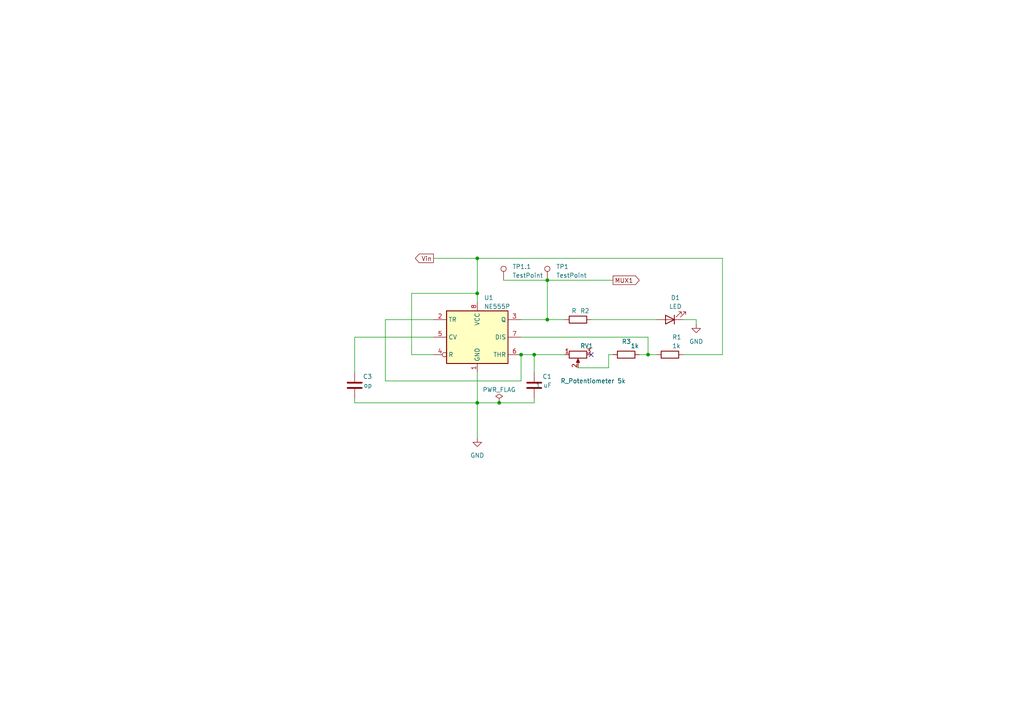
<source format=kicad_sch>
(kicad_sch (version 20230121) (generator eeschema)
  (paper "A4")
  (lib_symbols
    (symbol "Connector:TestPoint" (pin_numbers hide) (pin_names (offset 0.762) hide)
      (property "Reference" "TP" (at 0 6.858 0))
      (property "Value" "TestPoint" (at 0 5.08 0))
      (symbol "TestPoint_0_1"
        (circle (center 0 3.302) (radius 0.762))
      )
      (symbol "TestPoint_1_1"
        (pin passive line (at 0 0 90) (length 2.54) (name "1") (number "1"))
      )
    )
    (symbol "Device:C" (pin_numbers hide) (pin_names (offset 0.254))
      (property "Reference" "C" (at 0.635 2.54 0))
      (property "Value" "C" (at 0.635 -2.54 0))
      (symbol "C_0_1"
        (polyline (pts (xy -2.032 -0.762) (xy 2.032 -0.762)) (stroke (width 0.508)))
        (polyline (pts (xy -2.032 0.762) (xy 2.032 0.762)) (stroke (width 0.508)))
      )
      (symbol "C_1_1"
        (pin passive line (at 0 3.81 270) (length 2.794) (name "~") (number "1"))
        (pin passive line (at 0 -3.81 90) (length 2.794) (name "~") (number "2"))
      )
    )
    (symbol "Device:LED" (pin_numbers hide) (pin_names (offset 1.016) hide)
      (property "Reference" "D" (at 0 2.54 0))
      (property "Value" "LED" (at 0 -2.54 0))
      (symbol "LED_0_1"
        (polyline (pts (xy -1.27 -1.27) (xy -1.27 1.27)) (stroke (width 0.254)))
        (polyline (pts (xy -1.27 0) (xy 1.27 0)))
        (polyline (pts (xy 1.27 -1.27) (xy 1.27 1.27) (xy -1.27 0) (xy 1.27 -1.27)) (stroke (width 0.254)))
        (polyline (pts (xy -3.048 -0.762) (xy -4.572 -2.286) (xy -3.81 -2.286) (xy -4.572 -2.286) (xy -4.572 -1.524)))
        (polyline (pts (xy -1.778 -0.762) (xy -3.302 -2.286) (xy -2.54 -2.286) (xy -3.302 -2.286) (xy -3.302 -1.524)))
      )
      (symbol "LED_1_1"
        (pin passive line (at -3.81 0 0) (length 2.54) (name "K") (number "1"))
        (pin passive line (at 3.81 0 180) (length 2.54) (name "A") (number "2"))
      )
    )
    (symbol "Device:R" (pin_numbers hide) (pin_names (offset 0))
      (property "Reference" "R" (at 2.032 0 90))
      (property "Value" "R" (at 0 0 90))
      (symbol "R_0_1"
        (rectangle (start -1.016 -2.54) (end 1.016 2.54) (stroke (width 0.254)))
      )
      (symbol "R_1_1"
        (pin passive line (at 0 3.81 270) (length 1.27) (name "~") (number "1"))
        (pin passive line (at 0 -3.81 90) (length 1.27) (name "~") (number "2"))
      )
    )
    (symbol "Device:R_Potentiometer" (pin_names (offset 1.016) hide)
      (property "Reference" "RV" (at -4.445 0 90))
      (property "Value" "R_Potentiometer" (at -2.54 0 90))
      (symbol "R_Potentiometer_0_1"
        (polyline (pts (xy 2.54 0) (xy 1.524 0)))
        (polyline (pts (xy 1.143 0) (xy 2.286 0.508) (xy 2.286 -0.508) (xy 1.143 0)) (fill (type outline)))
        (rectangle (start 1.016 2.54) (end -1.016 -2.54) (stroke (width 0.254)))
      )
      (symbol "R_Potentiometer_1_1"
        (pin passive line (at 0 3.81 270) (length 1.27) (name "1") (number "1"))
        (pin passive line (at 3.81 0 180) (length 1.27) (name "2") (number "2"))
        (pin passive line (at 0 -3.81 90) (length 1.27) (name "3") (number "3"))
      )
    )
    (symbol "Timer:NE555P"
      (property "Reference" "U" (at -10.16 8.89 0))
      (property "Value" "NE555P" (at 2.54 8.89 0))
      (symbol "NE555P_0_0"
        (pin power_in line (at 0 -10.16 90) (length 2.54) (name "GND") (number "1"))
        (pin power_in line (at 0 10.16 270) (length 2.54) (name "VCC") (number "8"))
      )
      (symbol "NE555P_0_1"
        (rectangle (start -8.89 -7.62) (end 8.89 7.62) (stroke (width 0.254)) (fill (type background)))
        (rectangle (start -8.89 -7.62) (end 8.89 7.62) (stroke (width 0.254)) (fill (type background)))
      )
      (symbol "NE555P_1_1"
        (pin input line (at -12.7 5.08 0) (length 3.81) (name "TR") (number "2"))
        (pin output line (at 12.7 5.08 180) (length 3.81) (name "Q") (number "3"))
        (pin input inverted (at -12.7 -5.08 0) (length 3.81) (name "R") (number "4"))
        (pin input line (at -12.7 0 0) (length 3.81) (name "CV") (number "5"))
        (pin input line (at 12.7 -5.08 180) (length 3.81) (name "THR") (number "6"))
        (pin input line (at 12.7 0 180) (length 3.81) (name "DIS") (number "7"))
      )
    )
    (symbol "power:GND" (power) (pin_names (offset 0))
      (property "Value" "GND" (at 0 -3.81 0))
      (symbol "GND_0_1"
        (polyline (pts (xy 0 0) (xy 0 -1.27) (xy 1.27 -1.27) (xy 0 -2.54) (xy -1.27 -1.27) (xy 0 -1.27)))
      )
      (symbol "GND_1_1"
        (pin power_in line (at 0 0 270) (length 0) hide (name "GND") (number "1"))
      )
    )
    (symbol "power:PWR_FLAG" (power) (pin_numbers hide) (pin_names (offset 0) hide)
      (property "Value" "PWR_FLAG" (at 0 3.81 0))
      (symbol "PWR_FLAG_0_0"
        (pin power_out line (at 0 0 90) (length 0) (name "pwr") (number "1"))
      )
      (symbol "PWR_FLAG_0_1"
        (polyline (pts (xy 0 0) (xy 0 1.27) (xy -1.016 1.905) (xy 0 2.54) (xy 1.016 1.905) (xy 0 1.27)))
      )
    )
  )
  (junction (at 144.78 116.84))
  (junction (at 158.75 92.71))
  (junction (at 158.75 81.28))
  (junction (at 154.94 102.87))
  (junction (at 151.13 102.87))
  (junction (at 138.43 85.09))
  (junction (at 138.43 116.84))
  (junction (at 138.43 74.93))
  (junction (at 187.96 102.87))
  (no_connect (at 171.45 102.87))
  (wire (pts (xy 111.76 92.71) (xy 111.76 110.49)))
  (wire (pts (xy 158.75 92.71) (xy 163.83 92.71)))
  (wire (pts (xy 154.94 102.87) (xy 163.83 102.87)))
  (wire (pts (xy 167.64 106.68) (xy 176.53 106.68)))
  (wire (pts (xy 151.13 92.71) (xy 158.75 92.71)))
  (wire (pts (xy 144.78 116.84) (xy 154.94 116.84)))
  (wire (pts (xy 185.42 102.87) (xy 187.96 102.87)))
  (wire (pts (xy 125.73 102.87) (xy 119.38 102.87)))
  (wire (pts (xy 102.87 97.79) (xy 102.87 107.95)))
  (wire (pts (xy 201.93 93.98) (xy 201.93 92.71)))
  (wire (pts (xy 125.73 97.79) (xy 102.87 97.79)))
  (wire (pts (xy 119.38 85.09) (xy 138.43 85.09)))
  (wire (pts (xy 201.93 92.71) (xy 198.12 92.71)))
  (wire (pts (xy 198.12 102.87) (xy 209.55 102.87)))
  (wire (pts (xy 151.13 97.79) (xy 187.96 97.79)))
  (wire (pts (xy 187.96 97.79) (xy 187.96 102.87)))
  (wire (pts (xy 146.05 81.28) (xy 158.75 81.28)))
  (wire (pts (xy 138.43 107.95) (xy 138.43 116.84)))
  (wire (pts (xy 176.53 106.68) (xy 176.53 102.87)))
  (wire (pts (xy 138.43 74.93) (xy 209.55 74.93)))
  (wire (pts (xy 154.94 115.57) (xy 154.94 116.84)))
  (wire (pts (xy 187.96 102.87) (xy 190.5 102.87)))
  (wire (pts (xy 176.53 102.87) (xy 177.8 102.87)))
  (wire (pts (xy 151.13 110.49) (xy 151.13 102.87)))
  (wire (pts (xy 209.55 102.87) (xy 209.55 74.93)))
  (wire (pts (xy 138.43 116.84) (xy 138.43 127)))
  (wire (pts (xy 125.73 92.71) (xy 111.76 92.71)))
  (wire (pts (xy 138.43 74.93) (xy 138.43 85.09)))
  (wire (pts (xy 158.75 81.28) (xy 177.8 81.28)))
  (wire (pts (xy 171.45 92.71) (xy 190.5 92.71)))
  (wire (pts (xy 119.38 102.87) (xy 119.38 85.09)))
  (wire (pts (xy 158.75 81.28) (xy 158.75 92.71)))
  (wire (pts (xy 111.76 110.49) (xy 151.13 110.49)))
  (wire (pts (xy 154.94 102.87) (xy 154.94 107.95)))
  (wire (pts (xy 102.87 116.84) (xy 102.87 115.57)))
  (wire (pts (xy 138.43 116.84) (xy 144.78 116.84)))
  (wire (pts (xy 151.13 102.87) (xy 154.94 102.87)))
  (wire (pts (xy 138.43 85.09) (xy 138.43 87.63)))
  (wire (pts (xy 102.87 116.84) (xy 138.43 116.84)))
  (wire (pts (xy 125.73 74.93) (xy 138.43 74.93)))
  (global_label "MUX1" (shape output) (at 177.8 81.28 0) (property "Intersheetrefs" "${INTERSHEET_REFS}" (effects hide)))
  (global_label "Vin" (shape output) (at 125.73 74.93 180) (property "Intersheetrefs" "${INTERSHEET_REFS}" (effects hide)))
  (symbol (lib_id "Device:C") (at 154.94 111.76 0) (mirror y) (unit 1)
    (property "Reference" "C1" (at 160.02 109.22 0) (effects (justify left)))
    (property "Value" "1 uF" (at 160.02 111.76 0) (effects (justify left)))
    (property "Footprint" "Capacitor_THT:CP_Radial_D5.0mm_P2.50mm" (effects hide))
  )
  (symbol (lib_id "Connector:TestPoint") (at 146.05 81.28 0) (unit 1)
    (property "Reference" "TP1.1" (at 148.59 77.343 0) (effects (justify left)))
    (property "Value" "TestPoint" (at 148.59 79.883 0) (effects (justify left)))
    (property "Footprint" "TestPoint:TestPoint_Bridge_Pitch2.0mm_Drill0.7mm" (effects hide))
  )
  (symbol (lib_id "power:GND") (at 138.43 127 0) (unit 1)
    (property "Reference" "#PWR01" (effects hide))
    (property "Value" "GND" (at 138.43 132.08 0))
  )
  (symbol (lib_id "Timer:NE555P") (at 138.43 97.79 0) (unit 1)
    (property "Reference" "U1" (at 140.3859 86.36 0) (effects (justify left)))
    (property "Value" "NE555P" (at 140.3859 88.9 0) (effects (justify left)))
    (property "Footprint" "Package_DIP:DIP-8_W7.62mm" (effects hide))
    (property "Datasheet" "http://www.ti.com/lit/ds/symlink/ne555.pdf" (effects hide))
  )
  (symbol (lib_id "Device:C") (at 102.87 111.76 0) (mirror y) (unit 1)
    (property "Reference" "C3" (at 107.95 109.22 0) (effects (justify left)))
    (property "Value" "op" (at 107.95 111.76 0) (effects (justify left)))
    (property "Footprint" "Capacitor_THT:CP_Radial_D5.0mm_P2.50mm" (effects hide))
  )
  (symbol (lib_id "power:PWR_FLAG") (at 144.78 116.84 0) (unit 1)
    (property "Reference" "#FLG02" (effects hide))
    (property "Value" "PWR_FLAG" (at 144.78 113.03 0))
  )
  (symbol (lib_id "Device:LED") (at 194.31 92.71 180) (unit 1)
    (property "Reference" "D1" (at 195.8975 86.36 0))
    (property "Value" "LED" (at 195.8975 88.9 0))
    (property "Footprint" "LED_THT:LED_D5.0mm" (effects hide))
  )
  (symbol (lib_id "Device:R") (at 181.61 102.87 270) (mirror x) (unit 1)
    (property "Reference" "R3" (at 180.34 99.06 90) (effects (justify left)))
    (property "Value" "1k" (at 182.88 100.33 90) (effects (justify left)))
    (property "Footprint" "Resistor_THT:R_Axial_DIN0204_L3.6mm_D1.6mm_P7.62mm_Horizontal" (effects hide))
  )
  (symbol (lib_id "power:GND") (at 201.93 93.98 0) (unit 1)
    (property "Reference" "#PWR03" (effects hide))
    (property "Value" "GND" (at 201.93 99.06 0))
  )
  (symbol (lib_id "Device:R") (at 194.31 102.87 270) (mirror x) (unit 1)
    (property "Reference" "R1" (at 194.945 97.79 90) (effects (justify left)))
    (property "Value" "1k" (at 194.945 100.33 90) (effects (justify left)))
    (property "Footprint" "Resistor_THT:R_Axial_DIN0204_L3.6mm_D1.6mm_P7.62mm_Horizontal" (effects hide))
  )
  (symbol (lib_id "Connector:TestPoint") (at 158.75 81.28 0) (unit 1)
    (property "Reference" "TP1" (at 161.29 77.343 0) (effects (justify left)))
    (property "Value" "TestPoint" (at 161.29 79.883 0) (effects (justify left)))
    (property "Footprint" "TestPoint:TestPoint_Pad_4.0x4.0mm" (effects hide))
  )
  (symbol (lib_id "Device:R_Potentiometer") (at 167.64 102.87 90) (mirror x) (unit 1)
    (property "Reference" "RV1" (at 168.275 100.33 90) (effects (justify right)))
    (property "Value" "R_Potentiometer 5k" (at 162.56 110.49 90) (effects (justify right)))
    (property "Footprint" "Potentiometer_THT:Potentiometer_Piher_T-16H_Single_Horizontal" (effects hide))
  )
  (symbol (lib_id "Device:R") (at 167.64 92.71 270) (mirror x) (unit 1)
    (property "Reference" "R2" (at 168.275 90.17 90) (effects (justify left)))
    (property "Value" "R" (at 165.735 90.17 90) (effects (justify left)))
    (property "Footprint" "Resistor_THT:R_Axial_DIN0204_L3.6mm_D1.6mm_P7.62mm_Horizontal" (effects hide))
  )
)
</source>
